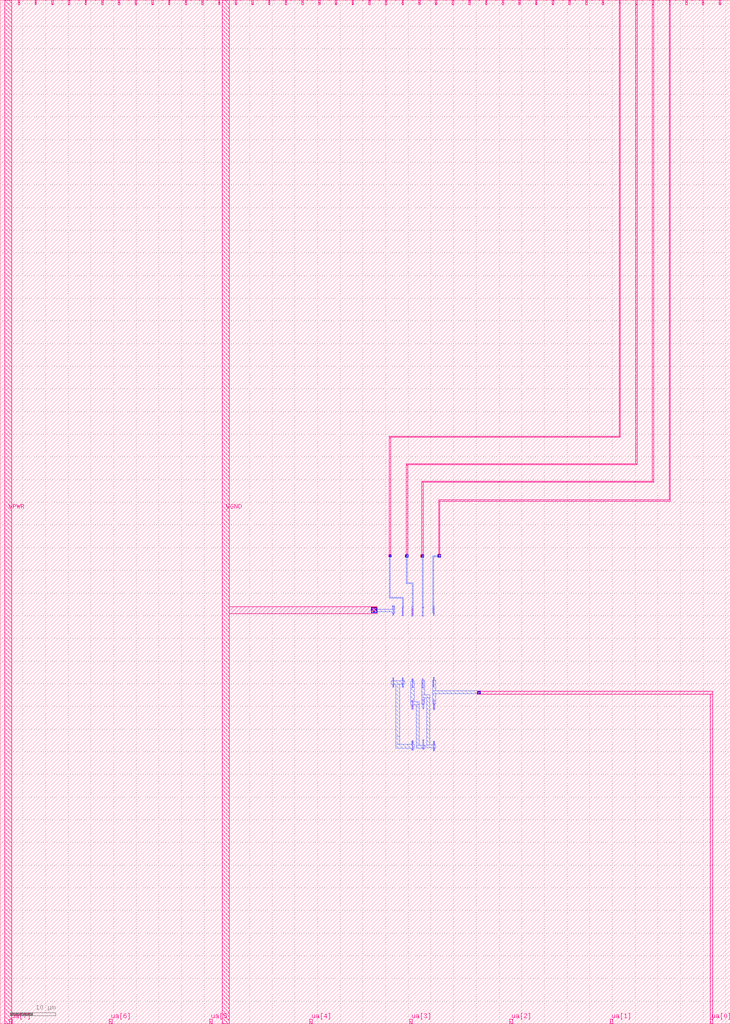
<source format=lef>
VERSION 5.7 ;
  NOWIREEXTENSIONATPIN ON ;
  DIVIDERCHAR "/" ;
  BUSBITCHARS "[]" ;
MACRO tt_um_mattvenn_r2r_dac
  CLASS BLOCK ;
  FOREIGN tt_um_mattvenn_r2r_dac ;
  ORIGIN 0.000 0.000 ;
  SIZE 161.000 BY 225.760 ;
  PIN clk
    DIRECTION INPUT ;
    USE SIGNAL ;
    PORT
      LAYER met4 ;
        RECT 154.870 224.760 155.170 225.760 ;
    END
  END clk
  PIN ena
    DIRECTION INPUT ;
    USE SIGNAL ;
    PORT
      LAYER met4 ;
        RECT 158.550 224.760 158.850 225.760 ;
    END
  END ena
  PIN rst_n
    DIRECTION INPUT ;
    USE SIGNAL ;
    PORT
      LAYER met4 ;
        RECT 151.190 224.760 151.490 225.760 ;
    END
  END rst_n
  PIN ua[0]
    DIRECTION INOUT ;
    USE SIGNAL ;
    PORT
      LAYER met4 ;
        RECT 156.560 0.000 157.160 1.000 ;
    END
  END ua[0]
  PIN ua[1]
    DIRECTION INOUT ;
    USE SIGNAL ;
    PORT
      LAYER met4 ;
        RECT 134.480 0.000 135.080 1.000 ;
    END
  END ua[1]
  PIN ua[2]
    DIRECTION INOUT ;
    USE SIGNAL ;
    PORT
      LAYER met4 ;
        RECT 112.400 0.000 113.000 1.000 ;
    END
  END ua[2]
  PIN ua[3]
    DIRECTION INOUT ;
    USE SIGNAL ;
    PORT
      LAYER met4 ;
        RECT 90.320 0.000 90.920 1.000 ;
    END
  END ua[3]
  PIN ua[4]
    DIRECTION INOUT ;
    USE SIGNAL ;
    PORT
      LAYER met4 ;
        RECT 68.240 0.000 68.840 1.000 ;
    END
  END ua[4]
  PIN ua[5]
    DIRECTION INOUT ;
    USE SIGNAL ;
    PORT
      LAYER met4 ;
        RECT 46.160 0.000 46.760 1.000 ;
    END
  END ua[5]
  PIN ua[6]
    DIRECTION INOUT ;
    USE SIGNAL ;
    PORT
      LAYER met4 ;
        RECT 24.080 0.000 24.680 1.000 ;
    END
  END ua[6]
  PIN ua[7]
    DIRECTION INOUT ;
    USE SIGNAL ;
    PORT
      LAYER met4 ;
        RECT 2.000 0.000 2.600 1.000 ;
    END
  END ua[7]
  PIN ui_in[0]
    DIRECTION INPUT ;
    USE SIGNAL ;
    PORT
      LAYER met4 ;
        RECT 147.510 224.760 147.810 225.760 ;
    END
  END ui_in[0]
  PIN ui_in[1]
    DIRECTION INPUT ;
    USE SIGNAL ;
    PORT
      LAYER met4 ;
        RECT 143.830 224.760 144.130 225.760 ;
    END
  END ui_in[1]
  PIN ui_in[2]
    DIRECTION INPUT ;
    USE SIGNAL ;
    PORT
      LAYER met4 ;
        RECT 140.150 224.760 140.450 225.760 ;
    END
  END ui_in[2]
  PIN ui_in[3]
    DIRECTION INPUT ;
    USE SIGNAL ;
    PORT
      LAYER met4 ;
        RECT 136.470 224.760 136.770 225.760 ;
    END
  END ui_in[3]
  PIN ui_in[4]
    DIRECTION INPUT ;
    USE SIGNAL ;
    PORT
      LAYER met4 ;
        RECT 132.790 224.760 133.090 225.760 ;
    END
  END ui_in[4]
  PIN ui_in[5]
    DIRECTION INPUT ;
    USE SIGNAL ;
    PORT
      LAYER met4 ;
        RECT 129.110 224.760 129.410 225.760 ;
    END
  END ui_in[5]
  PIN ui_in[6]
    DIRECTION INPUT ;
    USE SIGNAL ;
    PORT
      LAYER met4 ;
        RECT 125.430 224.760 125.730 225.760 ;
    END
  END ui_in[6]
  PIN ui_in[7]
    DIRECTION INPUT ;
    USE SIGNAL ;
    PORT
      LAYER met4 ;
        RECT 121.750 224.760 122.050 225.760 ;
    END
  END ui_in[7]
  PIN uio_in[0]
    DIRECTION INPUT ;
    USE SIGNAL ;
    PORT
      LAYER met4 ;
        RECT 118.070 224.760 118.370 225.760 ;
    END
  END uio_in[0]
  PIN uio_in[1]
    DIRECTION INPUT ;
    USE SIGNAL ;
    PORT
      LAYER met4 ;
        RECT 114.390 224.760 114.690 225.760 ;
    END
  END uio_in[1]
  PIN uio_in[2]
    DIRECTION INPUT ;
    USE SIGNAL ;
    PORT
      LAYER met4 ;
        RECT 110.710 224.760 111.010 225.760 ;
    END
  END uio_in[2]
  PIN uio_in[3]
    DIRECTION INPUT ;
    USE SIGNAL ;
    PORT
      LAYER met4 ;
        RECT 107.030 224.760 107.330 225.760 ;
    END
  END uio_in[3]
  PIN uio_in[4]
    DIRECTION INPUT ;
    USE SIGNAL ;
    PORT
      LAYER met4 ;
        RECT 103.350 224.760 103.650 225.760 ;
    END
  END uio_in[4]
  PIN uio_in[5]
    DIRECTION INPUT ;
    USE SIGNAL ;
    PORT
      LAYER met4 ;
        RECT 99.670 224.760 99.970 225.760 ;
    END
  END uio_in[5]
  PIN uio_in[6]
    DIRECTION INPUT ;
    USE SIGNAL ;
    PORT
      LAYER met4 ;
        RECT 95.990 224.760 96.290 225.760 ;
    END
  END uio_in[6]
  PIN uio_in[7]
    DIRECTION INPUT ;
    USE SIGNAL ;
    PORT
      LAYER met4 ;
        RECT 92.310 224.760 92.610 225.760 ;
    END
  END uio_in[7]
  PIN uio_oe[0]
    DIRECTION OUTPUT TRISTATE ;
    USE SIGNAL ;
    PORT
      LAYER met4 ;
        RECT 29.750 224.760 30.050 225.760 ;
    END
  END uio_oe[0]
  PIN uio_oe[1]
    DIRECTION OUTPUT TRISTATE ;
    USE SIGNAL ;
    PORT
      LAYER met4 ;
        RECT 26.070 224.760 26.370 225.760 ;
    END
  END uio_oe[1]
  PIN uio_oe[2]
    DIRECTION OUTPUT TRISTATE ;
    USE SIGNAL ;
    PORT
      LAYER met4 ;
        RECT 22.390 224.760 22.690 225.760 ;
    END
  END uio_oe[2]
  PIN uio_oe[3]
    DIRECTION OUTPUT TRISTATE ;
    USE SIGNAL ;
    PORT
      LAYER met4 ;
        RECT 18.710 224.760 19.010 225.760 ;
    END
  END uio_oe[3]
  PIN uio_oe[4]
    DIRECTION OUTPUT TRISTATE ;
    USE SIGNAL ;
    PORT
      LAYER met4 ;
        RECT 15.030 224.760 15.330 225.760 ;
    END
  END uio_oe[4]
  PIN uio_oe[5]
    DIRECTION OUTPUT TRISTATE ;
    USE SIGNAL ;
    PORT
      LAYER met4 ;
        RECT 11.350 224.760 11.650 225.760 ;
    END
  END uio_oe[5]
  PIN uio_oe[6]
    DIRECTION OUTPUT TRISTATE ;
    USE SIGNAL ;
    PORT
      LAYER met4 ;
        RECT 7.670 224.760 7.970 225.760 ;
    END
  END uio_oe[6]
  PIN uio_oe[7]
    DIRECTION OUTPUT TRISTATE ;
    USE SIGNAL ;
    PORT
      LAYER met4 ;
        RECT 3.990 224.760 4.290 225.760 ;
    END
  END uio_oe[7]
  PIN uio_out[0]
    DIRECTION OUTPUT TRISTATE ;
    USE SIGNAL ;
    PORT
      LAYER met4 ;
        RECT 59.190 224.760 59.490 225.760 ;
    END
  END uio_out[0]
  PIN uio_out[1]
    DIRECTION OUTPUT TRISTATE ;
    USE SIGNAL ;
    PORT
      LAYER met4 ;
        RECT 55.510 224.760 55.810 225.760 ;
    END
  END uio_out[1]
  PIN uio_out[2]
    DIRECTION OUTPUT TRISTATE ;
    USE SIGNAL ;
    PORT
      LAYER met4 ;
        RECT 51.830 224.760 52.130 225.760 ;
    END
  END uio_out[2]
  PIN uio_out[3]
    DIRECTION OUTPUT TRISTATE ;
    USE SIGNAL ;
    PORT
      LAYER met4 ;
        RECT 48.150 224.760 48.450 225.760 ;
    END
  END uio_out[3]
  PIN uio_out[4]
    DIRECTION OUTPUT TRISTATE ;
    USE SIGNAL ;
    PORT
      LAYER met4 ;
        RECT 44.470 224.760 44.770 225.760 ;
    END
  END uio_out[4]
  PIN uio_out[5]
    DIRECTION OUTPUT TRISTATE ;
    USE SIGNAL ;
    PORT
      LAYER met4 ;
        RECT 40.790 224.760 41.090 225.760 ;
    END
  END uio_out[5]
  PIN uio_out[6]
    DIRECTION OUTPUT TRISTATE ;
    USE SIGNAL ;
    PORT
      LAYER met4 ;
        RECT 37.110 224.760 37.410 225.760 ;
    END
  END uio_out[6]
  PIN uio_out[7]
    DIRECTION OUTPUT TRISTATE ;
    USE SIGNAL ;
    PORT
      LAYER met4 ;
        RECT 33.430 224.760 33.730 225.760 ;
    END
  END uio_out[7]
  PIN uo_out[0]
    DIRECTION OUTPUT TRISTATE ;
    USE SIGNAL ;
    PORT
      LAYER met4 ;
        RECT 88.630 224.760 88.930 225.760 ;
    END
  END uo_out[0]
  PIN uo_out[1]
    DIRECTION OUTPUT TRISTATE ;
    USE SIGNAL ;
    PORT
      LAYER met4 ;
        RECT 84.950 224.760 85.250 225.760 ;
    END
  END uo_out[1]
  PIN uo_out[2]
    DIRECTION OUTPUT TRISTATE ;
    USE SIGNAL ;
    PORT
      LAYER met4 ;
        RECT 81.270 224.760 81.570 225.760 ;
    END
  END uo_out[2]
  PIN uo_out[3]
    DIRECTION OUTPUT TRISTATE ;
    USE SIGNAL ;
    PORT
      LAYER met4 ;
        RECT 77.590 224.760 77.890 225.760 ;
    END
  END uo_out[3]
  PIN uo_out[4]
    DIRECTION OUTPUT TRISTATE ;
    USE SIGNAL ;
    PORT
      LAYER met4 ;
        RECT 73.910 224.760 74.210 225.760 ;
    END
  END uo_out[4]
  PIN uo_out[5]
    DIRECTION OUTPUT TRISTATE ;
    USE SIGNAL ;
    PORT
      LAYER met4 ;
        RECT 70.230 224.760 70.530 225.760 ;
    END
  END uo_out[5]
  PIN uo_out[6]
    DIRECTION OUTPUT TRISTATE ;
    USE SIGNAL ;
    PORT
      LAYER met4 ;
        RECT 66.550 224.760 66.850 225.760 ;
    END
  END uo_out[6]
  PIN uo_out[7]
    DIRECTION OUTPUT TRISTATE ;
    USE SIGNAL ;
    PORT
      LAYER met4 ;
        RECT 62.870 224.760 63.170 225.760 ;
    END
  END uo_out[7]
  PIN VPWR
    DIRECTION INOUT ;
    USE POWER ;
    PORT
      LAYER met4 ;
        RECT 1.000 0.000 2.500 225.760 ;
    END
  END VPWR
  PIN VGND
    DIRECTION INOUT ;
    USE GROUND ;
    PORT
      LAYER met4 ;
        RECT 49.000 0.000 50.500 225.760 ;
    END
  END VGND
  OBS
      LAYER li1 ;
        RECT 86.550 91.940 86.880 92.110 ;
        RECT 86.630 90.125 86.800 91.940 ;
        RECT 88.640 91.900 88.970 92.070 ;
        RECT 95.400 92.000 95.730 92.170 ;
        RECT 88.720 90.085 88.890 91.900 ;
        RECT 90.760 91.750 91.090 91.920 ;
        RECT 93.030 91.750 93.360 91.920 ;
        RECT 90.840 89.935 91.010 91.750 ;
        RECT 93.110 89.935 93.280 91.750 ;
        RECT 95.480 90.185 95.650 92.000 ;
        RECT 86.630 74.450 86.800 76.265 ;
        RECT 86.550 74.280 86.880 74.450 ;
        RECT 88.720 74.410 88.890 76.225 ;
        RECT 88.640 74.240 88.970 74.410 ;
        RECT 90.840 74.260 91.010 76.075 ;
        RECT 93.110 74.260 93.280 76.075 ;
        RECT 95.480 74.510 95.650 76.325 ;
        RECT 95.400 74.340 95.730 74.510 ;
        RECT 90.760 74.090 91.090 74.260 ;
        RECT 93.030 74.090 93.360 74.260 ;
        RECT 90.760 71.230 91.090 71.400 ;
        RECT 93.130 71.380 93.460 71.550 ;
        RECT 90.840 69.415 91.010 71.230 ;
        RECT 93.210 69.565 93.380 71.380 ;
        RECT 95.500 71.130 95.830 71.300 ;
        RECT 95.580 69.315 95.750 71.130 ;
        RECT 90.840 60.580 91.010 62.395 ;
        RECT 93.210 60.730 93.380 62.545 ;
        RECT 90.760 60.410 91.090 60.580 ;
        RECT 93.130 60.560 93.460 60.730 ;
        RECT 95.580 60.480 95.750 62.295 ;
        RECT 95.500 60.310 95.830 60.480 ;
      LAYER mcon ;
        RECT 86.630 74.280 86.800 76.265 ;
        RECT 88.720 74.240 88.890 76.225 ;
        RECT 90.840 74.090 91.010 76.075 ;
        RECT 93.110 74.090 93.280 76.075 ;
        RECT 95.480 74.340 95.650 76.325 ;
        RECT 90.840 60.410 91.010 62.395 ;
        RECT 93.210 60.560 93.380 62.545 ;
        RECT 95.580 60.310 95.750 62.295 ;
      LAYER met1 ;
        RECT 85.690 102.970 86.230 103.390 ;
        RECT 85.830 101.540 86.050 102.970 ;
        RECT 89.360 102.890 90.030 103.450 ;
        RECT 85.835 94.075 86.045 101.540 ;
        RECT 89.525 97.305 89.735 102.890 ;
        RECT 92.760 102.880 93.430 103.440 ;
        RECT 96.520 103.255 97.190 103.470 ;
        RECT 95.430 103.045 97.190 103.255 ;
        RECT 89.525 97.095 91.040 97.305 ;
        RECT 85.835 93.865 88.935 94.075 ;
        RECT 81.780 91.380 83.060 91.800 ;
        RECT 86.450 91.380 86.970 92.240 ;
        RECT 88.725 92.130 88.935 93.865 ;
        RECT 81.780 90.860 86.970 91.380 ;
        RECT 81.780 90.650 83.060 90.860 ;
        RECT 86.450 90.540 86.970 90.860 ;
        RECT 88.690 90.775 88.935 92.130 ;
        RECT 90.830 91.980 91.040 97.095 ;
        RECT 93.120 91.980 93.330 102.880 ;
        RECT 86.600 90.065 86.830 90.540 ;
        RECT 88.690 90.025 88.920 90.775 ;
        RECT 90.810 89.875 91.040 91.980 ;
        RECT 93.080 90.640 93.330 91.980 ;
        RECT 95.430 92.230 95.640 103.045 ;
        RECT 96.520 102.910 97.190 103.045 ;
        RECT 93.080 89.875 93.310 90.640 ;
        RECT 95.430 90.610 95.680 92.230 ;
        RECT 95.450 90.125 95.680 90.610 ;
        RECT 86.600 75.700 86.830 76.325 ;
        RECT 88.690 75.700 88.920 76.285 ;
        RECT 86.280 74.850 89.180 75.700 ;
        RECT 90.810 75.530 91.040 76.135 ;
        RECT 93.080 75.730 93.310 76.135 ;
        RECT 95.450 75.790 95.680 76.385 ;
        RECT 86.600 74.220 86.830 74.850 ;
        RECT 87.275 63.455 88.105 74.850 ;
        RECT 88.690 74.180 88.920 74.850 ;
        RECT 90.560 71.020 91.260 75.530 ;
        RECT 92.920 72.550 93.620 75.730 ;
        RECT 95.340 73.440 96.040 75.790 ;
        RECT 95.340 72.740 106.000 73.440 ;
        RECT 92.920 71.850 94.720 72.550 ;
        RECT 90.560 70.320 92.440 71.020 ;
        RECT 92.920 70.520 93.620 71.850 ;
        RECT 90.810 69.355 91.040 70.320 ;
        RECT 87.280 61.620 88.100 63.455 ;
        RECT 90.810 61.620 91.040 62.455 ;
        RECT 87.280 60.800 91.360 61.620 ;
        RECT 91.750 61.450 92.430 70.320 ;
        RECT 93.180 69.505 93.410 70.520 ;
        RECT 93.180 61.450 93.410 62.605 ;
        RECT 94.030 61.520 94.710 71.850 ;
        RECT 95.340 70.580 96.040 72.740 ;
        RECT 95.550 69.255 95.780 70.580 ;
        RECT 95.550 61.520 95.780 62.355 ;
        RECT 90.810 60.350 91.040 60.800 ;
        RECT 91.750 60.770 93.700 61.450 ;
        RECT 94.030 60.840 96.020 61.520 ;
        RECT 93.180 60.500 93.410 60.770 ;
        RECT 95.550 60.250 95.780 60.840 ;
      LAYER via ;
        RECT 85.740 102.970 86.180 103.390 ;
        RECT 89.410 102.890 89.980 103.450 ;
        RECT 92.810 102.880 93.380 103.440 ;
        RECT 81.830 90.650 83.010 91.800 ;
        RECT 96.570 102.910 97.140 103.470 ;
        RECT 105.360 72.810 105.810 73.210 ;
      LAYER met2 ;
        RECT 85.740 102.920 86.180 103.440 ;
        RECT 89.410 102.840 89.980 103.500 ;
        RECT 92.810 102.830 93.380 103.490 ;
        RECT 96.570 102.860 97.140 103.520 ;
        RECT 81.830 90.600 83.010 91.850 ;
        RECT 105.360 72.760 105.810 73.260 ;
      LAYER via2 ;
        RECT 85.740 102.970 86.180 103.390 ;
        RECT 89.410 102.890 89.980 103.450 ;
        RECT 92.810 102.880 93.380 103.440 ;
        RECT 96.570 102.910 97.140 103.470 ;
        RECT 81.830 90.650 83.010 91.800 ;
        RECT 105.360 72.810 105.810 73.210 ;
      LAYER met3 ;
        RECT 85.690 102.945 86.230 103.415 ;
        RECT 89.360 102.865 90.030 103.475 ;
        RECT 92.760 102.855 93.430 103.465 ;
        RECT 96.520 102.885 97.190 103.495 ;
        RECT 81.780 90.625 83.060 91.825 ;
        RECT 105.310 72.785 105.860 73.235 ;
      LAYER via3 ;
        RECT 85.740 102.970 86.180 103.390 ;
        RECT 89.410 102.890 89.980 103.450 ;
        RECT 92.810 102.880 93.380 103.440 ;
        RECT 96.570 102.910 97.140 103.470 ;
        RECT 81.830 90.650 83.010 91.800 ;
        RECT 105.360 72.810 105.810 73.210 ;
      LAYER met4 ;
        RECT 136.470 129.610 136.770 224.760 ;
        RECT 85.810 129.310 136.770 129.610 ;
        RECT 85.810 103.395 86.110 129.310 ;
        RECT 140.150 123.550 140.450 224.760 ;
        RECT 89.560 123.250 140.450 123.550 ;
        RECT 89.560 103.455 89.860 123.250 ;
        RECT 143.830 119.690 144.130 224.760 ;
        RECT 92.940 119.390 144.130 119.690 ;
        RECT 85.735 102.965 86.185 103.395 ;
        RECT 89.405 102.885 89.985 103.455 ;
        RECT 92.940 103.445 93.240 119.390 ;
        RECT 147.510 115.550 147.810 224.760 ;
        RECT 96.670 115.250 147.810 115.550 ;
        RECT 96.670 103.475 96.970 115.250 ;
        RECT 92.805 102.875 93.385 103.445 ;
        RECT 96.565 102.905 97.145 103.475 ;
        RECT 50.500 90.430 83.130 91.930 ;
        RECT 105.170 72.700 157.160 73.300 ;
        RECT 156.560 1.000 157.160 72.700 ;
  END
END tt_um_mattvenn_r2r_dac
END LIBRARY


</source>
